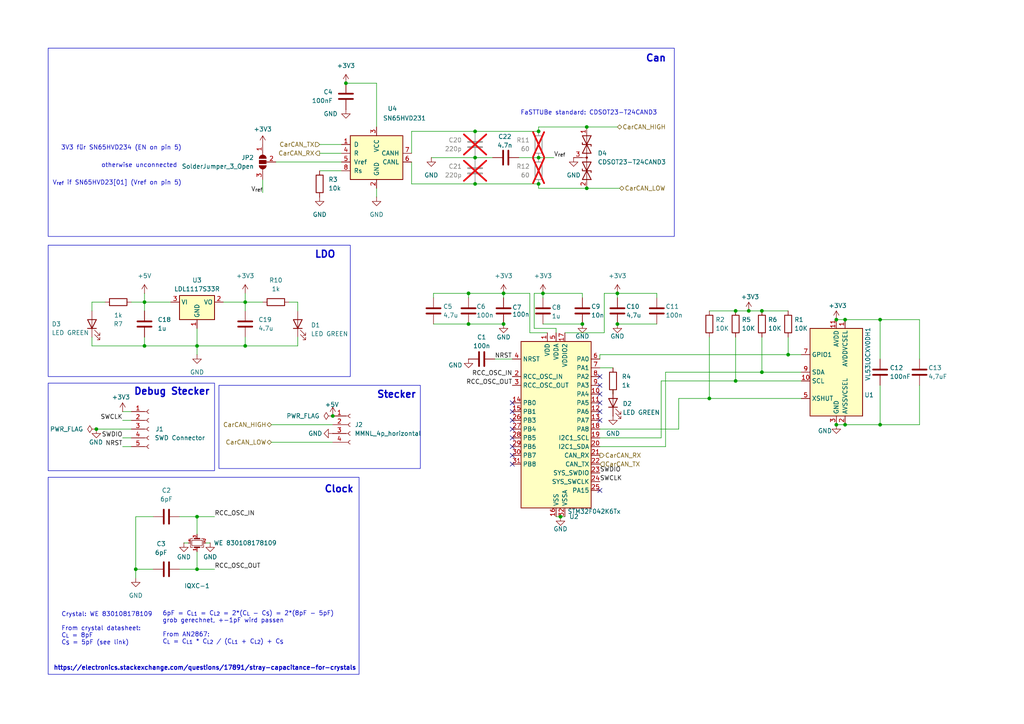
<source format=kicad_sch>
(kicad_sch (version 20250114) (generator "eeschema") (generator_version "9.0")
  (paper "A4")
  (title_block (title "time of flight sensor circedboard") (comment 1 "Jonas Urban"))
  (lib_symbols
    (symbol "Connector:Conn_01x05_Socket" (pin_names (offset 1.016) (hide yes))
      (property "Reference" "J" (at 0 7.62 0))
      (property "Value" "Conn_01x05_Socket" (at 0 -7.62 0))
      (symbol "Conn_01x05_Socket_1_1"
        (polyline (pts (xy -1.27 5.08) (xy -0.508 5.08)) (stroke (width 0.1524)))
        (polyline (pts (xy -1.27 2.54) (xy -0.508 2.54)) (stroke (width 0.1524)))
        (polyline (pts (xy -1.27 0) (xy -0.508 0)) (stroke (width 0.1524)))
        (polyline (pts (xy -1.27 -2.54) (xy -0.508 -2.54)) (stroke (width 0.1524)))
        (polyline (pts (xy -1.27 -5.08) (xy -0.508 -5.08)) (stroke (width 0.1524)))
        (arc (start 0 4.572) (mid -0.5058 5.08) (end 0 5.588) (stroke (width 0.1524)))
        (arc (start 0 2.032) (mid -0.5058 2.54) (end 0 3.048) (stroke (width 0.1524)))
        (arc (start 0 -0.508) (mid -0.5058 0) (end 0 0.508) (stroke (width 0.1524)))
        (arc (start 0 -3.048) (mid -0.5058 -2.54) (end 0 -2.032) (stroke (width 0.1524)))
        (arc (start 0 -5.588) (mid -0.5058 -5.08) (end 0 -4.572) (stroke (width 0.1524)))
        (pin passive line (at -5.08 5.08 0) (length 3.81) (name "Pin_1") (number "1"))
        (pin passive line (at -5.08 2.54 0) (length 3.81) (name "Pin_2") (number "2"))
        (pin passive line (at -5.08 0 0) (length 3.81) (name "Pin_3") (number "3"))
        (pin passive line (at -5.08 -2.54 0) (length 3.81) (name "Pin_4") (number "4"))
        (pin passive line (at -5.08 -5.08 0) (length 3.81) (name "Pin_5") (number "5"))
      )
    )
    (symbol "Device:C" (pin_numbers (hide yes)) (pin_names (offset 0.254))
      (property "Reference" "C" (at 0.635 2.54 0))
      (property "Value" "C" (at 0.635 -2.54 0))
      (symbol "C_0_1"
        (polyline (pts (xy -2.032 0.762) (xy 2.032 0.762)) (stroke (width 0.508)))
        (polyline (pts (xy -2.032 -0.762) (xy 2.032 -0.762)) (stroke (width 0.508)))
      )
      (symbol "C_1_1"
        (pin passive line (at 0 3.81 270) (length 2.794) (name "~") (number "1"))
        (pin passive line (at 0 -3.81 90) (length 2.794) (name "~") (number "2"))
      )
    )
    (symbol "Device:Crystal_GND24_Small" (pin_names (offset 1.016) (hide yes))
      (property "Reference" "Y" (at 1.27 4.445 0))
      (property "Value" "Crystal_GND24_Small" (at 1.27 2.54 0))
      (symbol "Crystal_GND24_Small_0_1"
        (polyline (pts (xy -1.27 1.27) (xy -1.27 1.905) (xy 1.27 1.905) (xy 1.27 1.27)))
        (polyline (pts (xy -1.27 -0.762) (xy -1.27 0.762)) (stroke (width 0.381)))
        (polyline (pts (xy -1.27 -1.27) (xy -1.27 -1.905) (xy 1.27 -1.905) (xy 1.27 -1.27)))
        (rectangle (start -0.762 -1.524) (end 0.762 1.524))
        (polyline (pts (xy 1.27 -0.762) (xy 1.27 0.762)) (stroke (width 0.381)))
      )
      (symbol "Crystal_GND24_Small_1_1"
        (pin passive line (at -2.54 0 0) (length 1.27) (name "1") (number "1"))
        (pin passive line (at 0 2.54 270) (length 0.635) (name "4") (number "4"))
        (pin passive line (at 0 -2.54 90) (length 0.635) (name "2") (number "2"))
        (pin passive line (at 2.54 0 180) (length 1.27) (name "3") (number "3"))
      )
    )
    (symbol "Device:D_TVS_Dual_AAC" (pin_names (offset 1.016) (hide yes))
      (property "Reference" "D" (at 0 4.445 0))
      (property "Value" "D_TVS_Dual_AAC" (at 0 2.54 0))
      (symbol "D_TVS_Dual_AAC_0_0"
        (polyline (pts (xy 0 -1.27) (xy 0 0)))
      )
      (symbol "D_TVS_Dual_AAC_0_1"
        (polyline (pts (xy -6.35 1.27) (xy -1.27 -1.27) (xy -1.27 1.27) (xy -6.35 -1.27) (xy -6.35 1.27)) (stroke (width 0.254)))
        (polyline (pts (xy -6.35 0) (xy 6.35 0)))
        (polyline (pts (xy -3.302 1.27) (xy -3.81 1.27) (xy -3.81 -1.27) (xy -4.318 -1.27)) (stroke (width 0.254)))
        (circle (center 0 0) (radius 0.254) (fill (type outline)))
        (polyline (pts (xy 4.318 1.27) (xy 3.81 1.27) (xy 3.81 -1.27) (xy 3.302 -1.27)) (stroke (width 0.254)))
        (polyline (pts (xy 6.35 1.27) (xy 1.27 -1.27) (xy 1.27 1.27) (xy 6.35 -1.27) (xy 6.35 1.27)) (stroke (width 0.254)))
      )
      (symbol "D_TVS_Dual_AAC_1_1"
        (pin passive line (at -8.89 0 0) (length 2.54) (name "A1") (number "1"))
        (pin passive line (at 0 -3.81 90) (length 2.54) (name "common") (number "3"))
        (pin passive line (at 8.89 0 180) (length 2.54) (name "A2") (number "2"))
      )
    )
    (symbol "Device:LED" (pin_numbers (hide yes)) (pin_names (offset 1.016) (hide yes))
      (property "Reference" "D" (at 0 2.54 0))
      (property "Value" "LED" (at 0 -2.54 0))
      (symbol "LED_0_1"
        (polyline (pts (xy -3.048 -0.762) (xy -4.572 -2.286) (xy -3.81 -2.286) (xy -4.572 -2.286) (xy -4.572 -1.524)))
        (polyline (pts (xy -1.778 -0.762) (xy -3.302 -2.286) (xy -2.54 -2.286) (xy -3.302 -2.286) (xy -3.302 -1.524)))
        (polyline (pts (xy -1.27 0) (xy 1.27 0)))
        (polyline (pts (xy -1.27 -1.27) (xy -1.27 1.27)) (stroke (width 0.254)))
        (polyline (pts (xy 1.27 -1.27) (xy 1.27 1.27) (xy -1.27 0) (xy 1.27 -1.27)) (stroke (width 0.254)))
      )
      (symbol "LED_1_1"
        (pin passive line (at -3.81 0 0) (length 2.54) (name "K") (number "1"))
        (pin passive line (at 3.81 0 180) (length 2.54) (name "A") (number "2"))
      )
    )
    (symbol "Device:R" (pin_numbers (hide yes)) (pin_names (offset 0))
      (property "Reference" "R" (at 2.032 0 90))
      (property "Value" "R" (at 0 0 90))
      (symbol "R_0_1"
        (rectangle (start -1.016 -2.54) (end 1.016 2.54) (stroke (width 0.254)))
      )
      (symbol "R_1_1"
        (pin passive line (at 0 3.81 270) (length 1.27) (name "~") (number "1"))
        (pin passive line (at 0 -3.81 90) (length 1.27) (name "~") (number "2"))
      )
    )
    (symbol "FaSTTUBe_connectors:MMNL_4p_horizontal" (pin_names (offset 1.016) (hide yes))
      (property "Reference" "J" (at 0 5.08 0))
      (property "Value" "MMNL_4p_horizontal" (at 0 -7.62 0))
      (symbol "MMNL_4p_horizontal_1_1"
        (polyline (pts (xy -1.27 2.54) (xy -0.508 2.54)) (stroke (width 0.1524)))
        (polyline (pts (xy -1.27 0) (xy -0.508 0)) (stroke (width 0.1524)))
        (polyline (pts (xy -1.27 -2.54) (xy -0.508 -2.54)) (stroke (width 0.1524)))
        (polyline (pts (xy -1.27 -5.08) (xy -0.508 -5.08)) (stroke (width 0.1524)))
        (arc (start 0 2.032) (mid -0.5058 2.54) (end 0 3.048) (stroke (width 0.1524)))
        (arc (start 0 -0.508) (mid -0.5058 0) (end 0 0.508) (stroke (width 0.1524)))
        (arc (start 0 -3.048) (mid -0.5058 -2.54) (end 0 -2.032) (stroke (width 0.1524)))
        (arc (start 0 -5.588) (mid -0.5058 -5.08) (end 0 -4.572) (stroke (width 0.1524)))
        (pin passive line (at -5.08 2.54 0) (length 3.81) (name "Pin_1") (number "1"))
        (pin passive line (at -5.08 0 0) (length 3.81) (name "Pin_2") (number "2"))
        (pin passive line (at -5.08 -2.54 0) (length 3.81) (name "Pin_3") (number "3"))
        (pin passive line (at -5.08 -5.08 0) (length 3.81) (name "Pin_4") (number "4"))
      )
    )
    (symbol "Interface_CAN_LIN:SN65HVD231" (pin_names (offset 1.016))
      (property "Reference" "U" (at -2.54 10.16 0))
      (property "Value" "SN65HVD231" (at -2.54 7.62 0))
      (symbol "SN65HVD231_0_1"
        (rectangle (start -7.62 5.08) (end 7.62 -7.62) (stroke (width 0.254)) (fill (type background)))
      )
      (symbol "SN65HVD231_1_1"
        (pin input line (at -10.16 2.54 0) (length 2.54) (name "D") (number "1"))
        (pin output line (at -10.16 0 0) (length 2.54) (name "R") (number "4"))
        (pin output line (at -10.16 -2.54 0) (length 2.54) (name "Vref") (number "5"))
        (pin input line (at -10.16 -5.08 0) (length 2.54) (name "Rs") (number "8"))
        (pin power_in line (at 0 7.62 270) (length 2.54) (name "VCC") (number "3"))
        (pin power_in line (at 0 -10.16 90) (length 2.54) (name "GND") (number "2"))
        (pin bidirectional line (at 10.16 0 180) (length 2.54) (name "CANH") (number "7"))
        (pin bidirectional line (at 10.16 -2.54 180) (length 2.54) (name "CANL") (number "6"))
      )
    )
    (symbol "Jumper:SolderJumper_3_Open" (pin_names (offset 0) (hide yes))
      (property "Reference" "JP" (at -2.54 -2.54 0))
      (property "Value" "SolderJumper_3_Open" (at 0 2.794 0))
      (symbol "SolderJumper_3_Open_0_1"
        (polyline (pts (xy -2.54 0) (xy -2.032 0)))
        (polyline (pts (xy -1.016 1.016) (xy -1.016 -1.016)))
        (arc (start -1.016 -1.016) (mid -2.0276 0) (end -1.016 1.016))
        (arc (start -1.016 -1.016) (mid -2.0276 0) (end -1.016 1.016) (fill (type outline)))
        (rectangle (start -0.508 1.016) (end 0.508 -1.016) (fill (type outline)))
        (polyline (pts (xy 0 -1.27) (xy 0 -1.016)))
        (arc (start 1.016 1.016) (mid 2.0276 0) (end 1.016 -1.016))
        (arc (start 1.016 1.016) (mid 2.0276 0) (end 1.016 -1.016) (fill (type outline)))
        (polyline (pts (xy 1.016 1.016) (xy 1.016 -1.016)))
        (polyline (pts (xy 2.54 0) (xy 2.032 0)))
      )
      (symbol "SolderJumper_3_Open_1_1"
        (pin passive line (at -5.08 0 0) (length 2.54) (name "A") (number "1"))
        (pin passive line (at 0 -3.81 90) (length 2.54) (name "C") (number "2"))
        (pin passive line (at 5.08 0 180) (length 2.54) (name "B") (number "3"))
      )
    )
    (symbol "MCU_ST_STM32F0:STM32F042K6Tx"
      (property "Reference" "U" (at -10.16 26.67 0))
      (property "Value" "STM32F042K6Tx" (at 5.08 26.67 0))
      (symbol "STM32F042K6Tx_0_1"
        (rectangle (start -10.16 -22.86) (end 10.16 25.4) (stroke (width 0.254)) (fill (type background)))
      )
      (symbol "STM32F042K6Tx_1_1"
        (pin input line (at -12.7 20.32 0) (length 2.54) (name "NRST") (number "4"))
        (pin bidirectional line (at -12.7 15.24 0) (length 2.54) (name "PF0") (number "2") (alternate "I2C1_SDA" bidirectional line) (alternate "RCC_OSC_IN" bidirectional line))
        (pin bidirectional line (at -12.7 12.7 0) (length 2.54) (name "PF1") (number "3") (alternate "I2C1_SCL" bidirectional line) (alternate "RCC_OSC_OUT" bidirectional line))
        (pin bidirectional line (at -12.7 7.62 0) (length 2.54) (name "PB0") (number "14"))
        (pin bidirectional line (at -12.7 5.08 0) (length 2.54) (name "PB1") (number "15"))
        (pin bidirectional line (at -12.7 2.54 0) (length 2.54) (name "PB3") (number "26"))
        (pin bidirectional line (at -12.7 0 0) (length 2.54) (name "PB4") (number "27"))
        (pin bidirectional line (at -12.7 -2.54 0) (length 2.54) (name "PB5") (number "28"))
        (pin bidirectional line (at -12.7 -5.08 0) (length 2.54) (name "PB6") (number "29") (alternate "I2C1_SCL" bidirectional line))
        (pin bidirectional line (at -12.7 -7.62 0) (length 2.54) (name "PB7") (number "30") (alternate "I2C1_SDA" bidirectional line))
        (pin bidirectional line (at -12.7 -10.16 0) (length 2.54) (name "PB8") (number "31") (alternate "CAN_RX" bidirectional line) (alternate "I2C1_SCL" bidirectional line))
        (pin power_in line (at -2.54 27.94 270) (length 2.54) (name "VDD") (number "1"))
        (pin power_in line (at 0 27.94 270) (length 2.54) (name "VDDA") (number "5"))
        (pin power_in line (at 0 -25.4 90) (length 2.54) (name "VSS") (number "16"))
        (pin power_in line (at 2.54 27.94 270) (length 2.54) (name "VDDIO2") (number "17"))
        (pin power_in line (at 2.54 -25.4 90) (length 2.54) (name "VSSA") (number "32"))
        (pin bidirectional line (at 12.7 20.32 180) (length 2.54) (name "PA0") (number "6"))
        (pin bidirectional line (at 12.7 17.78 180) (length 2.54) (name "PA1") (number "7"))
        (pin bidirectional line (at 12.7 15.24 180) (length 2.54) (name "PA2") (number "8"))
        (pin bidirectional line (at 12.7 12.7 180) (length 2.54) (name "PA3") (number "9"))
        (pin bidirectional line (at 12.7 10.16 180) (length 2.54) (name "PA4") (number "10"))
        (pin bidirectional line (at 12.7 7.62 180) (length 2.54) (name "PA5") (number "11"))
        (pin bidirectional line (at 12.7 5.08 180) (length 2.54) (name "PA6") (number "12"))
        (pin bidirectional line (at 12.7 2.54 180) (length 2.54) (name "PA7") (number "13"))
        (pin bidirectional line (at 12.7 0 180) (length 2.54) (name "PA8") (number "18"))
        (pin bidirectional line (at 12.7 -2.54 180) (length 2.54) (name "PA9") (number "19") (alternate "I2C1_SCL" bidirectional line))
        (pin bidirectional line (at 12.7 -5.08 180) (length 2.54) (name "PA10") (number "20") (alternate "I2C1_SDA" bidirectional line))
        (pin bidirectional line (at 12.7 -7.62 180) (length 2.54) (name "PA11") (number "21") (alternate "CAN_RX" bidirectional line) (alternate "I2C1_SCL" bidirectional line))
        (pin bidirectional line (at 12.7 -10.16 180) (length 2.54) (name "PA12") (number "22") (alternate "CAN_TX" bidirectional line) (alternate "I2C1_SDA" bidirectional line))
        (pin bidirectional line (at 12.7 -12.7 180) (length 2.54) (name "PA13") (number "23") (alternate "SYS_SWDIO" bidirectional line))
        (pin bidirectional line (at 12.7 -15.24 180) (length 2.54) (name "PA14") (number "24") (alternate "SYS_SWCLK" bidirectional line))
        (pin bidirectional line (at 12.7 -17.78 180) (length 2.54) (name "PA15") (number "25"))
      )
    )
    (symbol "Regulator_Linear:LD1117S33TR_SOT223"
      (property "Reference" "U" (at -3.81 3.175 0))
      (property "Value" "LD1117S33TR_SOT223" (at 0 3.175 0))
      (symbol "LD1117S33TR_SOT223_0_1"
        (rectangle (start -5.08 -5.08) (end 5.08 1.905) (stroke (width 0.254)) (fill (type background)))
      )
      (symbol "LD1117S33TR_SOT223_1_1"
        (pin power_in line (at -7.62 0 0) (length 2.54) (name "VI") (number "3"))
        (pin power_in line (at 0 -7.62 90) (length 2.54) (name "GND") (number "1"))
        (pin power_out line (at 7.62 0 180) (length 2.54) (name "VO") (number "2"))
      )
    )
    (symbol "Sensor_Distance:VL53L0CXV0DH1"
      (property "Reference" "U" (at -6.35 13.97 0))
      (property "Value" "VL53L0CXV0DH1" (at 12.065 13.97 0))
      (symbol "VL53L0CXV0DH1_0_1"
        (rectangle (start -7.62 12.7) (end 7.62 -12.7) (stroke (width 0.254)) (fill (type background)))
      )
      (symbol "VL53L0CXV0DH1_1_1"
        (pin open_collector line (at -10.16 5.08 0) (length 2.54) (name "GPIO1") (number "7"))
        (pin bidirectional line (at -10.16 0 0) (length 2.54) (name "SDA") (number "9"))
        (pin input line (at -10.16 -2.54 0) (length 2.54) (name "SCL") (number "10"))
        (pin input line (at -10.16 -7.62 0) (length 2.54) (name "XSHUT") (number "5"))
        (pin no_connect line (at -7.62 7.62 0) (length 2.54) (hide yes) (name "DNC") (number "8"))
        (pin power_in line (at 0 15.24 270) (length 2.54) (name "AVDD") (number "11"))
        (pin passive line (at 0 -15.24 90) (length 2.54) (hide yes) (name "GND") (number "12"))
        (pin power_in line (at 0 -15.24 90) (length 2.54) (name "GND") (number "3"))
        (pin passive line (at 0 -15.24 90) (length 2.54) (hide yes) (name "GND") (number "4"))
        (pin passive line (at 0 -15.24 90) (length 2.54) (hide yes) (name "GND") (number "6"))
        (pin power_in line (at 2.54 15.24 270) (length 2.54) (name "AVDDVCSEL") (number "1"))
        (pin power_in line (at 2.54 -15.24 90) (length 2.54) (name "AVSSVCSEL") (number "2"))
      )
    )
    (symbol "power:+3.3V" (power) (pin_numbers (hide yes)) (pin_names (offset 0) (hide yes))
      (property "Value" "+3.3V" (at 0 3.556 0))
      (symbol "+3.3V_0_1"
        (polyline (pts (xy -0.762 1.27) (xy 0 2.54)))
        (polyline (pts (xy 0 2.54) (xy 0.762 1.27)))
        (polyline (pts (xy 0 0) (xy 0 2.54)))
      )
      (symbol "+3.3V_1_1"
        (pin power_in line (at 0 0 90) (length 0) (name "~") (number "1"))
      )
    )
    (symbol "power:+3V3" (power) (pin_numbers (hide yes)) (pin_names (offset 0) (hide yes))
      (property "Value" "+3V3" (at 0 3.556 0))
      (symbol "+3V3_0_1"
        (polyline (pts (xy -0.762 1.27) (xy 0 2.54)))
        (polyline (pts (xy 0 2.54) (xy 0.762 1.27)))
        (polyline (pts (xy 0 0) (xy 0 2.54)))
      )
      (symbol "+3V3_1_1"
        (pin power_in line (at 0 0 90) (length 0) (name "~") (number "1"))
      )
    )
    (symbol "power:+5V" (power) (pin_numbers (hide yes)) (pin_names (offset 0) (hide yes))
      (property "Value" "+5V" (at 0 3.556 0))
      (symbol "+5V_0_1"
        (polyline (pts (xy -0.762 1.27) (xy 0 2.54)))
        (polyline (pts (xy 0 2.54) (xy 0.762 1.27)))
        (polyline (pts (xy 0 0) (xy 0 2.54)))
      )
      (symbol "+5V_1_1"
        (pin power_in line (at 0 0 90) (length 0) (name "~") (number "1"))
      )
    )
    (symbol "power:GND" (power) (pin_numbers (hide yes)) (pin_names (offset 0) (hide yes))
      (property "Value" "GND" (at 0 -3.81 0))
      (symbol "GND_0_1"
        (polyline (pts (xy 0 0) (xy 0 -1.27) (xy 1.27 -1.27) (xy 0 -2.54) (xy -1.27 -1.27) (xy 0 -1.27)))
      )
      (symbol "GND_1_1"
        (pin power_in line (at 0 0 270) (length 0) (name "~") (number "1"))
      )
    )
    (symbol "power:PWR_FLAG" (power) (pin_numbers (hide yes)) (pin_names (offset 0) (hide yes))
      (property "Value" "PWR_FLAG" (at 0 3.81 0))
      (symbol "PWR_FLAG_0_0"
        (pin power_out line (at 0 0 90) (length 0) (name "~") (number "1"))
      )
      (symbol "PWR_FLAG_0_1"
        (polyline (pts (xy 0 0) (xy 0 1.27) (xy -1.016 1.905) (xy 0 2.54) (xy 1.016 1.905) (xy 0 1.27)))
      )
    )
  )
  (rectangle (start 63.5 111.76) (end 121.92 135.89))
  (rectangle (start 13.97 13.97) (end 195.58 68.58))
  (rectangle (start 13.97 111.125) (end 62.23 136.525))
  (rectangle (start 13.97 71.12) (end 101.6 109.22))
  (rectangle (start 13.97 138.43) (end 104.14 195.58))
  (text "Can " (at 187.198 17.018 0) (effects (font (size 2 2) (bold yes)) (justify left)))
  (text "Crystal: WE 830108178109\n\nFrom crystal datasheet:\nC_{L} = 8pF\nC_{S} = 5pF (see link)\n" (at 17.78 187.198 0) (effects (font (size 1.27 1.27)) (justify left bottom)))
  (text "Clock\n" (at 93.98 141.986 0) (effects (font (size 2 2) (bold yes)) (justify left)))
  (text "6pF = C_{L1} = C_{L2} = 2*(C_{L} - C_{S}) = 2*(8pF − 5pF)\ngrob gerechnet, +-1pF wird passen\n\nFrom AN2867:\nC_{L} = C_{L1} * C_{L2} / (C_{L1} + C_{L2}) + C_{S}" (at 47.117 182.118 0) (effects (font (size 1.27 1.27)) (justify left)))
  (text "Stecker" (at 109.22 114.554 0) (effects (font (size 2 2) (bold yes)) (justify left)))
  (text "Debug Stecker" (at 38.735 113.665 0) (effects (font (size 2 2) (bold yes)) (justify left)))
  (text "V_{ref} if SN65HVD23[01] (Vref on pin 5)" (at 52.705 53.848 0) (effects (font (size 1.27 1.27)) (justify right bottom)))
  (text "FaSTTUBe standard: CDSOT23-T24CAND3" (at 190.627 33.528 0) (effects (font (size 1.27 1.27)) (justify right bottom)))
  (text "https://electronics.stackexchange.com/questions/17891/stray-capacitance-for-crystals" (at 15.494 194.564 0) (effects (font (size 1.27 1.27) (bold yes)) (justify left bottom)))
  (text "3V3 für SN65HVD234 (EN on pin 5)" (at 52.705 43.688 0) (effects (font (size 1.27 1.27)) (justify right bottom)))
  (text "otherwise unconnected" (at 51.435 48.768 0) (effects (font (size 1.27 1.27)) (justify right bottom)))
  (text "LDO\n" (at 91.186 73.914 0) (effects (font (size 2 2) (bold yes)) (justify left)))
  (junction (at 156.21 38.1))
  (junction (at 220.98 107.95))
  (junction (at 242.57 92.71))
  (junction (at 27.94 124.46))
  (junction (at 170.18 54.61))
  (junction (at 213.36 110.49))
  (junction (at 162.56 149.86))
  (junction (at 57.15 165.1))
  (junction (at 71.12 100.33))
  (junction (at 156.21 53.34))
  (junction (at 242.57 123.19))
  (junction (at 41.91 100.33))
  (junction (at 157.48 85.09))
  (junction (at 57.15 149.86))
  (junction (at 205.74 115.57))
  (junction (at 135.89 85.09))
  (junction (at 255.27 92.71))
  (junction (at 135.89 93.98))
  (junction (at 245.11 123.19))
  (junction (at 41.91 87.63))
  (junction (at 156.21 45.72))
  (junction (at 71.12 87.63))
  (junction (at 137.795 45.72))
  (junction (at 137.795 53.34))
  (junction (at 146.05 85.09))
  (junction (at 168.91 93.98))
  (junction (at 245.11 92.71))
  (junction (at 170.18 36.83))
  (junction (at 220.98 90.17))
  (junction (at 57.15 100.33))
  (junction (at 137.795 38.1))
  (junction (at 179.07 93.98))
  (junction (at 255.27 123.19))
  (junction (at 213.36 90.17))
  (junction (at 217.17 90.17))
  (junction (at 228.6 102.87))
  (junction (at 100.33 24.13))
  (junction (at 179.07 85.09))
  (junction (at 39.37 165.1))
  (junction (at 146.05 93.98))
  (junction (at 96.52 120.65))
  (no_connect (at 148.59 134.62))
  (no_connect (at 148.59 127))
  (no_connect (at 148.59 124.46))
  (no_connect (at 173.99 111.76))
  (no_connect (at 148.59 132.08))
  (no_connect (at 148.59 119.38))
  (no_connect (at 148.59 129.54))
  (no_connect (at 173.99 119.38))
  (no_connect (at 148.59 116.84))
  (no_connect (at 173.99 142.24))
  (no_connect (at 173.99 109.22))
  (no_connect (at 173.99 116.84))
  (no_connect (at 173.99 114.3))
  (no_connect (at 173.99 121.92))
  (no_connect (at 148.59 121.92))
  (wire (pts (xy 41.91 97.79) (xy 41.91 100.33)))
  (wire (pts (xy 220.98 97.79) (xy 220.98 107.95)))
  (wire (pts (xy 179.07 85.09) (xy 190.5 85.09)))
  (wire (pts (xy 41.91 100.33) (xy 57.15 100.33)))
  (wire (pts (xy 71.12 100.33) (xy 86.36 100.33)))
  (wire (pts (xy 57.15 160.02) (xy 57.15 165.1)))
  (wire (pts (xy 157.48 86.36) (xy 157.48 85.09)))
  (wire (pts (xy 228.6 97.79) (xy 228.6 102.87)))
  (wire (pts (xy 109.22 57.15) (xy 109.22 54.61)))
  (wire (pts (xy 160.655 45.72) (xy 156.21 45.72)))
  (wire (pts (xy 60.96 157.48) (xy 59.69 157.48)))
  (wire (pts (xy 242.57 92.71) (xy 245.11 92.71)))
  (wire (pts (xy 153.67 85.09) (xy 153.67 96.52)))
  (wire (pts (xy 119.38 44.45) (xy 119.38 38.1)))
  (wire (pts (xy 57.15 149.86) (xy 57.15 154.94)))
  (wire (pts (xy 228.6 102.87) (xy 232.41 102.87)))
  (wire (pts (xy 57.15 149.86) (xy 62.23 149.86)))
  (wire (pts (xy 173.99 129.54) (xy 193.04 129.54)))
  (wire (pts (xy 242.57 123.19) (xy 245.11 123.19)))
  (wire (pts (xy 57.15 100.33) (xy 57.15 102.87)))
  (wire (pts (xy 205.74 90.17) (xy 213.36 90.17)))
  (wire (pts (xy 64.77 87.63) (xy 71.12 87.63)))
  (wire (pts (xy 142.875 45.72) (xy 137.795 45.72)))
  (wire (pts (xy 125.73 85.09) (xy 135.89 85.09)))
  (wire (pts (xy 217.17 90.17) (xy 213.36 90.17)))
  (wire (pts (xy 245.11 92.71) (xy 245.11 93.98)))
  (wire (pts (xy 156.21 36.83) (xy 156.21 38.1)))
  (wire (pts (xy 156.21 54.61) (xy 156.21 53.34)))
  (wire (pts (xy 191.77 110.49) (xy 191.77 127)))
  (wire (pts (xy 39.37 165.1) (xy 39.37 149.86)))
  (wire (pts (xy 170.18 36.83) (xy 179.07 36.83)))
  (wire (pts (xy 135.89 85.09) (xy 146.05 85.09)))
  (wire (pts (xy 71.12 87.63) (xy 71.12 90.17)))
  (wire (pts (xy 92.71 41.91) (xy 99.06 41.91)))
  (wire (pts (xy 119.38 38.1) (xy 137.795 38.1)))
  (wire (pts (xy 245.11 123.19) (xy 255.27 123.19)))
  (wire (pts (xy 125.73 86.36) (xy 125.73 85.09)))
  (wire (pts (xy 255.27 92.71) (xy 255.27 104.14)))
  (wire (pts (xy 78.74 123.19) (xy 96.52 123.19)))
  (wire (pts (xy 156.21 38.1) (xy 137.795 38.1)))
  (wire (pts (xy 78.74 128.27) (xy 96.52 128.27)))
  (wire (pts (xy 196.85 115.57) (xy 196.85 124.46)))
  (wire (pts (xy 213.36 110.49) (xy 232.41 110.49)))
  (wire (pts (xy 157.48 85.09) (xy 168.91 85.09)))
  (wire (pts (xy 27.94 124.46) (xy 38.1 124.46)))
  (wire (pts (xy 35.56 121.92) (xy 38.1 121.92)))
  (wire (pts (xy 26.67 97.79) (xy 26.67 100.33)))
  (wire (pts (xy 137.795 45.72) (xy 125.095 45.72)))
  (wire (pts (xy 161.29 149.86) (xy 162.56 149.86)))
  (wire (pts (xy 255.27 111.76) (xy 255.27 123.19)))
  (wire (pts (xy 156.21 54.61) (xy 170.18 54.61)))
  (wire (pts (xy 266.7 92.71) (xy 266.7 104.14)))
  (wire (pts (xy 92.71 44.45) (xy 99.06 44.45)))
  (wire (pts (xy 71.12 85.09) (xy 71.12 87.63)))
  (wire (pts (xy 109.22 24.13) (xy 109.22 36.83)))
  (wire (pts (xy 135.89 93.98) (xy 146.05 93.98)))
  (wire (pts (xy 39.37 165.1) (xy 44.45 165.1)))
  (wire (pts (xy 245.11 92.71) (xy 255.27 92.71)))
  (wire (pts (xy 175.26 85.09) (xy 179.07 85.09)))
  (wire (pts (xy 196.85 115.57) (xy 205.74 115.57)))
  (wire (pts (xy 173.99 102.87) (xy 173.99 104.14)))
  (wire (pts (xy 35.56 119.38) (xy 38.1 119.38)))
  (wire (pts (xy 157.48 93.98) (xy 168.91 93.98)))
  (wire (pts (xy 190.5 85.09) (xy 190.5 86.36)))
  (wire (pts (xy 125.73 93.98) (xy 135.89 93.98)))
  (wire (pts (xy 191.77 110.49) (xy 213.36 110.49)))
  (wire (pts (xy 162.56 149.86) (xy 163.83 149.86)))
  (wire (pts (xy 99.06 46.99) (xy 80.01 46.99)))
  (wire (pts (xy 71.12 100.33) (xy 71.12 97.79)))
  (wire (pts (xy 255.27 92.71) (xy 266.7 92.71)))
  (wire (pts (xy 92.71 49.53) (xy 99.06 49.53)))
  (wire (pts (xy 57.15 100.33) (xy 71.12 100.33)))
  (wire (pts (xy 26.67 100.33) (xy 41.91 100.33)))
  (wire (pts (xy 26.67 87.63) (xy 26.67 90.17)))
  (wire (pts (xy 156.21 36.83) (xy 170.18 36.83)))
  (wire (pts (xy 41.91 85.09) (xy 41.91 87.63)))
  (wire (pts (xy 213.36 97.79) (xy 213.36 110.49)))
  (wire (pts (xy 109.22 24.13) (xy 100.33 24.13)))
  (wire (pts (xy 146.05 85.09) (xy 153.67 85.09)))
  (wire (pts (xy 52.07 149.86) (xy 57.15 149.86)))
  (wire (pts (xy 179.07 86.36) (xy 179.07 85.09)))
  (wire (pts (xy 71.12 87.63) (xy 76.2 87.63)))
  (wire (pts (xy 119.38 46.99) (xy 119.38 53.34)))
  (wire (pts (xy 86.36 87.63) (xy 86.36 90.17)))
  (wire (pts (xy 35.56 129.54) (xy 38.1 129.54)))
  (wire (pts (xy 146.05 85.09) (xy 146.05 86.36)))
  (wire (pts (xy 179.07 93.98) (xy 190.5 93.98)))
  (wire (pts (xy 41.91 87.63) (xy 49.53 87.63)))
  (wire (pts (xy 196.85 124.46) (xy 173.99 124.46)))
  (wire (pts (xy 119.38 53.34) (xy 137.795 53.34)))
  (wire (pts (xy 154.94 85.09) (xy 157.48 85.09)))
  (wire (pts (xy 39.37 167.64) (xy 39.37 165.1)))
  (wire (pts (xy 41.91 87.63) (xy 38.1 87.63)))
  (wire (pts (xy 153.67 96.52) (xy 158.75 96.52)))
  (wire (pts (xy 168.91 85.09) (xy 168.91 86.36)))
  (wire (pts (xy 57.15 95.25) (xy 57.15 100.33)))
  (wire (pts (xy 175.26 96.52) (xy 175.26 85.09)))
  (wire (pts (xy 30.48 87.63) (xy 26.67 87.63)))
  (wire (pts (xy 143.51 104.14) (xy 148.59 104.14)))
  (wire (pts (xy 52.07 165.1) (xy 57.15 165.1)))
  (wire (pts (xy 217.17 90.17) (xy 220.98 90.17)))
  (wire (pts (xy 220.98 107.95) (xy 232.41 107.95)))
  (wire (pts (xy 135.89 85.09) (xy 135.89 86.36)))
  (wire (pts (xy 39.37 149.86) (xy 44.45 149.86)))
  (wire (pts (xy 86.36 100.33) (xy 86.36 97.79)))
  (wire (pts (xy 57.15 165.1) (xy 62.23 165.1)))
  (wire (pts (xy 173.99 102.87) (xy 228.6 102.87)))
  (wire (pts (xy 266.7 111.76) (xy 266.7 123.19)))
  (wire (pts (xy 156.21 45.72) (xy 150.495 45.72)))
  (wire (pts (xy 156.21 53.34) (xy 137.795 53.34)))
  (wire (pts (xy 35.56 127) (xy 38.1 127)))
  (wire (pts (xy 205.74 97.79) (xy 205.74 115.57)))
  (wire (pts (xy 161.29 95.25) (xy 161.29 96.52)))
  (wire (pts (xy 220.98 90.17) (xy 228.6 90.17)))
  (wire (pts (xy 193.04 107.95) (xy 193.04 129.54)))
  (wire (pts (xy 170.18 54.61) (xy 179.705 54.61)))
  (wire (pts (xy 41.91 87.63) (xy 41.91 90.17)))
  (wire (pts (xy 154.94 95.25) (xy 154.94 85.09)))
  (wire (pts (xy 83.82 87.63) (xy 86.36 87.63)))
  (wire (pts (xy 76.2 55.88) (xy 76.2 52.07)))
  (wire (pts (xy 205.74 115.57) (xy 232.41 115.57)))
  (wire (pts (xy 53.34 157.48) (xy 54.61 157.48)))
  (wire (pts (xy 177.8 113.03) (xy 177.8 114.3)))
  (wire (pts (xy 161.29 95.25) (xy 154.94 95.25)))
  (wire (pts (xy 173.99 106.68) (xy 177.8 106.68)))
  (wire (pts (xy 266.7 123.19) (xy 255.27 123.19)))
  (wire (pts (xy 193.04 107.95) (xy 220.98 107.95)))
  (wire (pts (xy 163.83 96.52) (xy 175.26 96.52)))
  (wire (pts (xy 173.99 127) (xy 191.77 127)))
  (label "NRST" (at 35.56 129.54 180))
  (label "RCC_OSC_OUT" (at 62.23 165.1 0))
  (label "SWDIO" (at 173.99 137.16 0))
  (label "SWDIO" (at 35.56 127 180))
  (label "V_{ref}" (at 76.2 55.88 180))
  (label "RCC_OSC_IN" (at 148.59 109.22 180))
  (label "NRST" (at 143.51 104.14 0))
  (label "RCC_OSC_IN" (at 62.23 149.86 0))
  (label "SWCLK" (at 35.56 121.92 180))
  (label "V_{ref}" (at 160.655 45.72 0))
  (label "SWCLK" (at 173.99 139.7 0))
  (label "RCC_OSC_OUT" (at 148.59 111.76 180))
  (hierarchical_label "CarCAN_HIGH" (shape bidirectional) (at 179.07 36.83 0))
  (hierarchical_label "CarCAN_TX" (shape input) (at 92.71 41.91 180))
  (hierarchical_label "CarCAN_HIGH" (shape bidirectional) (at 78.74 123.19 180))
  (hierarchical_label "CarCAN_LOW" (shape bidirectional) (at 78.74 128.27 180))
  (hierarchical_label "CarCAN_LOW" (shape bidirectional) (at 179.705 54.61 0))
  (hierarchical_label "CarCAN_TX" (shape input) (at 173.99 134.62 0))
  (hierarchical_label "CarCAN_RX" (shape output) (at 92.71 44.45 180))
  (hierarchical_label "CarCAN_RX" (shape output) (at 173.99 132.08 0))
  (symbol (lib_id "Device:R") (at 92.71 53.34 0) (unit 1)
    (property "Reference" "R3" (at 95.25 52.07 0) (effects (justify left)))
    (property "Value" "10k" (at 95.25 54.61 0) (effects (justify left)))
    (property "Footprint" "Resistor_SMD:R_0603_1608Metric" (effects (hide yes)))
    (property "Description" "Resistor" (effects (hide yes)))
  )
  (symbol (lib_id "Device:R") (at 177.8 110.49 0) (unit 1)
    (property "Reference" "R4" (at 180.34 109.2199 0) (effects (justify left)))
    (property "Value" "1k" (at 180.34 111.7599 0) (effects (justify left)))
    (property "Footprint" "Resistor_SMD:R_0603_1608Metric" (effects (hide yes)))
    (property "Description" "Resistor" (effects (hide yes)))
  )
  (symbol (lib_id "Device:C") (at 255.27 107.95 0) (unit 1)
    (property "Reference" "C12" (at 258.064 106.68 0) (effects (justify left)))
    (property "Value" "100nF" (at 258.064 109.22 0) (effects (justify left)))
    (property "Footprint" "Capacitor_SMD:C_0603_1608Metric" (effects (hide yes)))
    (property "Description" "Unpolarized capacitor" (effects (hide yes)))
  )
  (symbol (lib_id "power:GND") (at 177.8 120.65 0) (unit 1)
    (property "Reference" "#PWR014" (effects (hide yes)))
    (property "Value" "GND" (at 177.8 125.73 0))
    (property "Description" "Power symbol creates a global label with name \"GND\" , ground" (effects (hide yes)))
  )
  (symbol (lib_id "power:GND") (at 162.56 149.86 0) (unit 1)
    (property "Reference" "#PWR012" (effects (hide yes)))
    (property "Value" "GND" (at 162.56 153.416 0))
    (property "Description" "Power symbol creates a global label with name \"GND\" , ground" (effects (hide yes)))
  )
  (symbol (lib_id "Device:C") (at 100.33 27.94 0) (mirror y) (unit 1)
    (property "Reference" "C4" (at 96.52 26.6699 0) (effects (justify left)))
    (property "Value" "100nF" (at 96.52 29.2099 0) (effects (justify left)))
    (property "Footprint" "Capacitor_SMD:C_0603_1608Metric" (effects (hide yes)))
    (property "Description" "Unpolarized capacitor" (effects (hide yes)))
  )
  (symbol (lib_id "Device:R") (at 213.36 93.98 0) (unit 1)
    (property "Reference" "R5" (at 215.138 92.71 0) (effects (justify left)))
    (property "Value" "10K" (at 215.138 95.25 0) (effects (justify left)))
    (property "Footprint" "Resistor_SMD:R_0603_1608Metric" (effects (hide yes)))
    (property "Description" "Resistor" (effects (hide yes)))
  )
  (symbol (lib_id "Device:R") (at 156.21 41.91 0) (mirror y) (unit 1) (dnp yes)
    (property "Reference" "R11" (at 153.67 40.64 0) (effects (justify left)))
    (property "Value" "60" (at 153.67 43.18 0) (effects (justify left)))
    (property "Footprint" "Resistor_SMD:R_0603_1608Metric" (effects (hide yes)))
    (property "Description" "Resistor" (effects (hide yes)))
  )
  (symbol (lib_id "power:GND") (at 166.37 45.72 0) (mirror y) (unit 1)
    (property "Reference" "#PWR036" (effects (hide yes)))
    (property "Value" "GND" (at 166.37 50.8 0))
    (property "Description" "Power symbol creates a global label with name \"GND\" , ground" (effects (hide yes)))
  )
  (symbol (lib_id "Device:C") (at 125.73 90.17 0) (unit 1)
    (property "Reference" "C5" (at 128.524 88.9 0) (effects (justify left)))
    (property "Value" "4,7u" (at 128.524 91.44 0) (effects (justify left)))
    (property "Footprint" "Capacitor_SMD:C_0603_1608Metric" (effects (hide yes)))
    (property "Description" "Unpolarized capacitor" (effects (hide yes)))
  )
  (symbol (lib_id "power:GND") (at 179.07 93.98 0) (unit 1)
    (property "Reference" "#PWR019" (effects (hide yes)))
    (property "Value" "GND" (at 179.07 97.536 0))
    (property "Description" "Power symbol creates a global label with name \"GND\" , ground" (effects (hide yes)))
  )
  (symbol (lib_id "Device:C") (at 146.05 90.17 0) (unit 1)
    (property "Reference" "C7" (at 148.59 89.154 0) (effects (justify left)))
    (property "Value" "100n" (at 148.59 91.186 0) (effects (justify left)))
    (property "Footprint" "Capacitor_SMD:C_0603_1608Metric" (effects (hide yes)))
    (property "Description" "Unpolarized capacitor" (effects (hide yes)))
  )
  (symbol (lib_id "Device:C") (at 48.26 165.1 90) (unit 1)
    (property "Reference" "C3" (at 46.736 157.734 90))
    (property "Value" "6pF" (at 46.736 160.274 90))
    (property "Footprint" "Capacitor_SMD:C_0603_1608Metric" (effects (hide yes)))
    (property "Description" "Unpolarized capacitor" (effects (hide yes)))
  )
  (symbol (lib_id "Device:C") (at 179.07 90.17 0) (unit 1)
    (property "Reference" "C10" (at 181.61 88.9 0) (effects (justify left)))
    (property "Value" "4,7u" (at 181.61 91.44 0) (effects (justify left)))
    (property "Footprint" "Capacitor_SMD:C_0603_1608Metric" (effects (hide yes)))
    (property "Description" "Unpolarized capacitor" (effects (hide yes)))
  )
  (symbol (lib_id "power:GND") (at 109.22 57.15 0) (mirror y) (unit 1)
    (property "Reference" "#PWR034" (effects (hide yes)))
    (property "Value" "GND" (at 109.22 62.23 0))
    (property "Description" "Power symbol creates a global label with name \"GND\" , ground" (effects (hide yes)))
  )
  (symbol (lib_id "power:+3V3") (at 71.12 85.09 0) (unit 1)
    (property "Reference" "#PWR08" (effects (hide yes)))
    (property "Value" "+3V3" (at 71.12 80.01 0))
    (property "Description" "Power symbol creates a global label with name \"+3V3\"" (effects (hide yes)))
  )
  (symbol (lib_id "Device:D_TVS_Dual_AAC") (at 170.18 45.72 270) (unit 1)
    (property "Reference" "D4" (at 173.355 44.45 90) (effects (justify left)))
    (property "Value" "CDSOT23-T24CAND3" (at 173.355 46.99 90) (effects (justify left)))
    (property "Footprint" "Package_TO_SOT_SMD:SOT-23-3" (effects (hide yes)))
    (property "Datasheet" "https://www.mouser.de/datasheet/2/54/cdsot23_t24can_q-1534349.pdf" (effects (hide yes)))
    (property "Description" "Bidirectional dual transient-voltage-suppression diode, center on pin 3" (effects (hide yes)))
  )
  (symbol (lib_id "power:GND") (at 146.05 93.98 0) (unit 1)
    (property "Reference" "#PWR018" (effects (hide yes)))
    (property "Value" "GND" (at 146.05 97.79 0))
    (property "Description" "Power symbol creates a global label with name \"GND\" , ground" (effects (hide yes)))
  )
  (symbol (lib_id "Device:R") (at 156.21 49.53 0) (mirror y) (unit 1) (dnp yes)
    (property "Reference" "R12" (at 153.67 48.26 0) (effects (justify left)))
    (property "Value" "60" (at 153.67 50.8 0) (effects (justify left)))
    (property "Footprint" "Resistor_SMD:R_0603_1608Metric" (effects (hide yes)))
    (property "Description" "Resistor" (effects (hide yes)))
  )
  (symbol (lib_id "Device:C") (at 48.26 149.86 90) (unit 1)
    (property "Reference" "C2" (at 48.26 142.24 90))
    (property "Value" "6pF" (at 48.26 144.78 90))
    (property "Footprint" "Capacitor_SMD:C_0603_1608Metric" (effects (hide yes)))
    (property "Description" "Unpolarized capacitor" (effects (hide yes)))
  )
  (symbol (lib_id "Device:R") (at 228.6 93.98 0) (unit 1)
    (property "Reference" "R1" (at 230.378 92.71 0) (effects (justify left)))
    (property "Value" "10K" (at 230.378 95.25 0) (effects (justify left)))
    (property "Footprint" "Resistor_SMD:R_0603_1608Metric" (effects (hide yes)))
    (property "Description" "Resistor" (effects (hide yes)))
  )
  (symbol (lib_id "Device:R") (at 34.29 87.63 270) (unit 1)
    (property "Reference" "R7" (at 34.29 93.98 90))
    (property "Value" "1k" (at 34.29 91.44 90))
    (property "Footprint" "Resistor_SMD:R_0603_1608Metric" (effects (hide yes)))
  )
  (symbol (lib_id "Device:R") (at 220.98 93.98 0) (unit 1)
    (property "Reference" "R6" (at 222.758 92.71 0) (effects (justify left)))
    (property "Value" "10K" (at 222.758 95.25 0) (effects (justify left)))
    (property "Footprint" "Resistor_SMD:R_0603_1608Metric" (effects (hide yes)))
    (property "Description" "Resistor" (effects (hide yes)))
  )
  (symbol (lib_id "Device:C") (at 266.7 107.95 0) (unit 1)
    (property "Reference" "C13" (at 269.24 106.68 0) (effects (justify left)))
    (property "Value" "4,7uF" (at 269.24 109.22 0) (effects (justify left)))
    (property "Footprint" "Capacitor_SMD:C_0603_1608Metric" (effects (hide yes)))
    (property "Description" "Unpolarized capacitor" (effects (hide yes)))
  )
  (symbol (lib_id "Regulator_Linear:LD1117S33TR_SOT223") (at 57.15 87.63 0) (unit 1)
    (property "Reference" "U3" (at 57.15 81.28 0))
    (property "Value" "LDL1117S33R" (at 57.15 83.82 0))
    (property "Footprint" "Package_TO_SOT_SMD:SOT-223-3_TabPin2" (effects (hide yes)))
    (property "Datasheet" "https://www.mouser.de/datasheet/2/389/ldl1117-1849797.pdf" (effects (hide yes)))
  )
  (symbol (lib_id "power:GND") (at 96.52 125.73 270) (unit 1)
    (property "Reference" "#PWR022" (effects (hide yes)))
    (property "Value" "GND" (at 91.44 125.73 90))
    (property "Description" "Power symbol creates a global label with name \"GND\" , ground" (effects (hide yes)))
  )
  (symbol (lib_id "Device:R") (at 205.74 93.98 0) (unit 1)
    (property "Reference" "R2" (at 207.518 92.71 0) (effects (justify left)))
    (property "Value" "10K" (at 207.518 95.25 0) (effects (justify left)))
    (property "Footprint" "Resistor_SMD:R_0603_1608Metric" (effects (hide yes)))
    (property "Description" "Resistor" (effects (hide yes)))
  )
  (symbol (lib_id "Device:C") (at 146.685 45.72 270) (mirror x) (unit 1)
    (property "Reference" "C22" (at 146.431 39.624 90))
    (property "Value" "4.7n" (at 146.431 42.164 90))
    (property "Footprint" "Capacitor_SMD:C_0603_1608Metric" (effects (hide yes)))
    (property "Description" "Unpolarized capacitor" (effects (hide yes)))
  )
  (symbol (lib_id "Jumper:SolderJumper_3_Open") (at 76.2 46.99 90) (mirror x) (unit 1)
    (property "Reference" "JP2" (at 73.66 45.72 90) (effects (justify left)))
    (property "Value" "SolderJumper_3_Open" (at 73.66 48.26 90) (effects (justify left)))
    (property "Footprint" "Jumper:SolderJumper-3_P1.3mm_Open_RoundedPad1.0x1.5mm_NumberLabels" (effects (hide yes)))
    (property "Description" "Solder Jumper, 3-pole, open" (effects (hide yes)))
  )
  (symbol (lib_id "Device:C") (at 190.5 90.17 0) (unit 1)
    (property "Reference" "C11" (at 193.04 88.9 0) (effects (justify left)))
    (property "Value" "100n" (at 193.04 91.44 0) (effects (justify left)))
    (property "Footprint" "Capacitor_SMD:C_0603_1608Metric" (effects (hide yes)))
    (property "Description" "Unpolarized capacitor" (effects (hide yes)))
  )
  (symbol (lib_id "power:GND") (at 57.15 102.87 0) (unit 1)
    (property "Reference" "#PWR028" (effects (hide yes)))
    (property "Value" "GND" (at 57.15 107.95 0))
  )
  (symbol (lib_id "power:GND") (at 125.095 45.72 0) (mirror y) (unit 1)
    (property "Reference" "#PWR035" (effects (hide yes)))
    (property "Value" "GND" (at 125.095 50.8 0))
    (property "Description" "Power symbol creates a global label with name \"GND\" , ground" (effects (hide yes)))
  )
  (symbol (lib_id "power:+3V3") (at 179.07 85.09 0) (unit 1)
    (property "Reference" "#PWR013" (effects (hide yes)))
    (property "Value" "+3V3" (at 179.07 80.01 0))
    (property "Description" "Power symbol creates a global label with name \"+3V3\"" (effects (hide yes)))
  )
  (symbol (lib_id "MCU_ST_STM32F0:STM32F042K6Tx") (at 161.29 124.46 0) (unit 1)
    (property "Reference" "U2" (at 165.1 149.86 0) (effects (justify left)))
    (property "Value" "STM32F042K6Tx" (at 164.592 148.336 0) (effects (justify left)))
    (property "Footprint" "Package_QFP:LQFP-32_7x7mm_P0.8mm" (effects (hide yes)))
    (property "Datasheet" "https://www.st.com/resource/en/datasheet/stm32f042k6.pdf" (effects (hide yes)))
    (property "Description" "STMicroelectronics Arm Cortex-M0 MCU, 32KB flash, 6KB RAM, 48 MHz, 2.0-3.6V, 26 GPIO, LQFP32" (effects (hide yes)))
    (pin "2" (alternate "RCC_OSC_IN"))
    (pin "3" (alternate "RCC_OSC_OUT"))
    (pin "19" (alternate "I2C1_SCL"))
    (pin "20" (alternate "I2C1_SDA"))
    (pin "21" (alternate "CAN_RX"))
    (pin "22" (alternate "CAN_TX"))
    (pin "23" (alternate "SYS_SWDIO"))
    (pin "24" (alternate "SYS_SWCLK"))
  )
  (symbol (lib_id "power:+3V3") (at 146.05 85.09 0) (unit 1)
    (property "Reference" "#PWR010" (effects (hide yes)))
    (property "Value" "+3V3" (at 146.05 80.01 0))
    (property "Description" "Power symbol creates a global label with name \"+3V3\"" (effects (hide yes)))
  )
  (symbol (lib_id "power:GND") (at 27.94 124.46 0) (unit 1)
    (property "Reference" "#PWR01" (effects (hide yes)))
    (property "Value" "GND" (at 25.781 128.27 0) (effects (justify left)))
    (property "Description" "Power symbol creates a global label with name \"GND\" , ground" (effects (hide yes)))
  )
  (symbol (lib_id "power:+3.3V") (at 242.57 92.71 0) (unit 1)
    (property "Reference" "#PWR016" (effects (hide yes)))
    (property "Value" "+3V3" (at 240.284 88.646 0) (effects (justify left)))
    (property "Description" "Power symbol creates a global label with name \"+3.3V\"" (effects (hide yes)))
  )
  (symbol (lib_id "power:+3V3") (at 76.2 41.91 0) (mirror y) (unit 1)
    (property "Reference" "#PWR029" (effects (hide yes)))
    (property "Value" "+3V3" (at 76.2 37.465 0))
    (property "Description" "Power symbol creates a global label with name \"+3V3\"" (effects (hide yes)))
  )
  (symbol (lib_id "Device:LED") (at 26.67 93.98 90) (unit 1)
    (property "Reference" "D3" (at 14.986 93.98 90) (effects (justify right)))
    (property "Value" "LED GREEN" (at 14.986 96.52 90) (effects (justify right)))
    (property "Footprint" "LED_SMD:LED_0603_1608Metric" (effects (hide yes)))
    (property "Description" "Light emitting diode" (effects (hide yes)))
    (property "Sim.Pins" "1=K 2=A" (effects (hide yes)))
  )
  (symbol (lib_id "Device:C") (at 168.91 90.17 0) (unit 1)
    (property "Reference" "C9" (at 171.45 88.9 0) (effects (justify left)))
    (property "Value" "10n" (at 171.45 91.44 0) (effects (justify left)))
    (property "Footprint" "Capacitor_SMD:C_0603_1608Metric" (effects (hide yes)))
    (property "Description" "Unpolarized capacitor" (effects (hide yes)))
  )
  (symbol (lib_id "Device:LED") (at 86.36 93.98 90) (unit 1)
    (property "Reference" "D1" (at 90.17 94.2974 90) (effects (justify right)))
    (property "Value" "LED GREEN" (at 90.17 96.8374 90) (effects (justify right)))
    (property "Footprint" "LED_SMD:LED_0603_1608Metric" (effects (hide yes)))
    (property "Description" "Light emitting diode" (effects (hide yes)))
    (property "Sim.Pins" "1=K 2=A" (effects (hide yes)))
  )
  (symbol (lib_id "Connector:Conn_01x05_Socket") (at 43.18 124.46 0) (unit 1)
    (property "Reference" "J1" (at 45.085 124.4599 0) (effects (justify left)))
    (property "Value" "SWD Connector" (at 44.831 127 0) (effects (justify left)))
    (property "Footprint" "Connector_PinHeader_2.54mm:PinHeader_1x05_P2.54mm_Horizontal" (effects (hide yes)))
    (property "Description" "Generic connector, single row, 01x05, script generated" (effects (hide yes)))
  )
  (symbol (lib_id "power:+5V") (at 96.52 120.65 0) (unit 1)
    (property "Reference" "#PWR021" (effects (hide yes)))
    (property "Value" "+5V" (at 96.266 117.348 0))
    (property "Description" "Power symbol creates a global label with name \"+5V\"" (effects (hide yes)))
  )
  (symbol (lib_id "Device:C") (at 137.795 41.91 0) (mirror y) (unit 1) (dnp yes)
    (property "Reference" "C20" (at 133.985 40.64 0) (effects (justify left)))
    (property "Value" "220p" (at 133.985 43.18 0) (effects (justify left)))
    (property "Footprint" "Capacitor_SMD:C_0603_1608Metric" (effects (hide yes)))
    (property "Description" "Unpolarized capacitor" (effects (hide yes)))
  )
  (symbol (lib_id "power:GND") (at 135.89 104.14 0) (unit 1)
    (property "Reference" "#PWR09" (effects (hide yes)))
    (property "Value" "GND" (at 132.08 105.918 0))
  )
  (symbol (lib_id "power:GND") (at 168.91 93.98 0) (unit 1)
    (property "Reference" "#PWR020" (effects (hide yes)))
    (property "Value" "GND" (at 168.91 97.536 0))
    (property "Description" "Power symbol creates a global label with name \"GND\" , ground" (effects (hide yes)))
  )
  (symbol (lib_id "Device:C") (at 137.795 49.53 0) (mirror y) (unit 1) (dnp yes)
    (property "Reference" "C21" (at 133.985 48.26 0) (effects (justify left)))
    (property "Value" "220p" (at 133.985 50.8 0) (effects (justify left)))
    (property "Footprint" "Capacitor_SMD:C_0603_1608Metric" (effects (hide yes)))
    (property "Description" "Unpolarized capacitor" (effects (hide yes)))
  )
  (symbol (lib_id "Device:C") (at 135.89 90.17 0) (unit 1)
    (property "Reference" "C6" (at 138.176 88.9 0) (effects (justify left)))
    (property "Value" "100n" (at 138.176 91.44 0) (effects (justify left)))
    (property "Footprint" "Capacitor_SMD:C_0603_1608Metric" (effects (hide yes)))
    (property "Description" "Unpolarized capacitor" (effects (hide yes)))
  )
  (symbol (lib_id "FaSTTUBe_connectors:MMNL_4p_horizontal") (at 101.6 123.19 0) (unit 1)
    (property "Reference" "J2" (at 102.87 123.1899 0) (effects (justify left)))
    (property "Value" "MMNL_4p_horizontal" (at 102.87 125.7299 0) (effects (justify left)))
    (property "Footprint" "FaSTTUBe_connectors:Micro_Mate-N-Lok_4p_horizontal" (effects (hide yes)))
    (property "Description" "Micro Mate-N-Lok, single row, 4 position, SMD, horizontal" (effects (hide yes)))
  )
  (symbol (lib_id "Device:C") (at 41.91 93.98 0) (unit 1)
    (property "Reference" "C18" (at 45.72 92.7099 0) (effects (justify left)))
    (property "Value" "1u" (at 45.72 95.2499 0) (effects (justify left)))
    (property "Footprint" "Capacitor_SMD:C_0603_1608Metric" (effects (hide yes)))
    (property "LCSC" "C15849" (effects (hide yes)))
  )
  (symbol (lib_id "Sensor_Distance:VL53L0CXV0DH1") (at 242.57 107.95 0) (unit 1)
    (property "Reference" "U1" (at 250.698 114.554 0) (effects (justify left)))
    (property "Value" "VL53L0CXV0DH1" (at 251.714 110.49 90) (effects (justify left)))
    (property "Footprint" "OptoDevice:ST_VL53L0X" (effects (hide yes)))
    (property "Datasheet" "https://www.st.com/resource/en/datasheet/vl53l0x.pdf" (effects (hide yes)))
    (property "Description" "2m distance ranging ToF sensor, Optical LGA12" (effects (hide yes)))
  )
  (symbol (lib_id "power:PWR_FLAG") (at 96.52 120.65 90) (unit 1)
    (property "Reference" "#FLG03" (effects (hide yes)))
    (property "Value" "PWR_FLAG" (at 92.71 120.6499 90) (effects (justify left)))
    (property "Description" "Special symbol for telling ERC where power comes from" (effects (hide yes)))
  )
  (symbol (lib_id "Interface_CAN_LIN:SN65HVD231") (at 109.22 44.45 0) (unit 1)
    (property "Reference" "U4" (at 115.189 31.496 0) (effects (justify right)))
    (property "Value" "SN65HVD231" (at 123.571 34.29 0) (effects (justify right)))
    (property "Footprint" "Package_SO:SOIC-8_3.9x4.9mm_P1.27mm" (effects (hide yes)))
    (property "Datasheet" "https://www.ti.com/lit/ds/symlink/sn65hvd230.pdf?ts=1730823053790&ref_url=https%253A%252F%252Fwww.ti.com%252Fproduct%252Fde-de%252FSN65HVD230" (effects (hide yes)))
    (property "Description" "CAN Bus Transceivers, 3.3V, 1Mbps,Ultra Low-Power capabilities, SOIC-8" (effects (hide yes)))
  )
  (symbol (lib_id "Device:C") (at 71.12 93.98 0) (unit 1)
    (property "Reference" "C19" (at 74.93 92.7099 0) (effects (justify left)))
    (property "Value" "4.7u" (at 74.93 95.2499 0) (effects (justify left)))
    (property "Footprint" "Capacitor_SMD:C_0603_1608Metric" (effects (hide yes)))
    (property "LCSC" "C15849" (effects (hide yes)))
  )
  (symbol (lib_id "power:GND") (at 39.37 167.64 0) (unit 1)
    (property "Reference" "#PWR03" (effects (hide yes)))
    (property "Value" "GND" (at 39.37 172.72 0))
    (property "Description" "Power symbol creates a global label with name \"GND\" , ground" (effects (hide yes)))
  )
  (symbol (lib_id "power:+3V3") (at 100.33 24.13 0) (mirror y) (unit 1)
    (property "Reference" "#PWR032" (effects (hide yes)))
    (property "Value" "+3V3" (at 100.33 19.05 0))
    (property "Description" "Power symbol creates a global label with name \"+3V3\"" (effects (hide yes)))
  )
  (symbol (lib_id "Device:C") (at 157.48 90.17 0) (unit 1)
    (property "Reference" "C8" (at 160.02 89.154 0) (effects (justify left)))
    (property "Value" "1u" (at 160.02 91.694 0) (effects (justify left)))
    (property "Footprint" "Capacitor_SMD:C_0603_1608Metric" (effects (hide yes)))
    (property "Description" "Unpolarized capacitor" (effects (hide yes)))
  )
  (symbol (lib_id "Device:LED") (at 177.8 116.84 90) (unit 1)
    (property "Reference" "D2" (at 180.594 117.094 90) (effects (justify right)))
    (property "Value" "LED GREEN" (at 180.594 119.634 90) (effects (justify right)))
    (property "Footprint" "LED_SMD:LED_0603_1608Metric" (effects (hide yes)))
    (property "Description" "Light emitting diode" (effects (hide yes)))
    (property "Sim.Pins" "1=K 2=A" (effects (hide yes)))
  )
  (symbol (lib_id "power:+3.3V") (at 217.17 90.17 0) (unit 1)
    (property "Reference" "#PWR015" (effects (hide yes)))
    (property "Value" "+3V3" (at 214.884 86.106 0) (effects (justify left)))
    (property "Description" "Power symbol creates a global label with name \"+3.3V\"" (effects (hide yes)))
  )
  (symbol (lib_id "power:+3V3") (at 157.48 85.09 0) (unit 1)
    (property "Reference" "#PWR011" (effects (hide yes)))
    (property "Value" "+3V3" (at 157.48 80.01 0))
    (property "Description" "Power symbol creates a global label with name \"+3V3\"" (effects (hide yes)))
  )
  (symbol (lib_id "power:PWR_FLAG") (at 27.94 124.46 90) (unit 1)
    (property "Reference" "#FLG02" (effects (hide yes)))
    (property "Value" "PWR_FLAG" (at 24.13 124.4599 90) (effects (justify left)))
    (property "Description" "Special symbol for telling ERC where power comes from" (effects (hide yes)))
  )
  (symbol (lib_id "power:GND") (at 53.34 157.48 0) (unit 1)
    (property "Reference" "#PWR05" (effects (hide yes)))
    (property "Value" "GND" (at 53.34 161.544 0))
    (property "Description" "Power symbol creates a global label with name \"GND\" , ground" (effects (hide yes)))
  )
  (symbol (lib_id "power:+5V") (at 41.91 85.09 0) (unit 1)
    (property "Reference" "#PWR031" (effects (hide yes)))
    (property "Value" "+5V" (at 41.91 80.01 0))
    (property "Description" "Power symbol creates a global label with name \"+5V\"" (effects (hide yes)))
  )
  (symbol (lib_id "power:GND") (at 60.96 157.48 0) (unit 1)
    (property "Reference" "#PWR07" (effects (hide yes)))
    (property "Value" "GND" (at 60.96 161.544 0))
    (property "Description" "Power symbol creates a global label with name \"GND\" , ground" (effects (hide yes)))
  )
  (symbol (lib_id "power:GND") (at 92.71 57.15 0) (mirror y) (unit 1)
    (property "Reference" "#PWR030" (effects (hide yes)))
    (property "Value" "GND" (at 92.71 62.23 0))
    (property "Description" "Power symbol creates a global label with name \"GND\" , ground" (effects (hide yes)))
  )
  (symbol (lib_id "Device:C") (at 139.7 104.14 90) (unit 1)
    (property "Reference" "C1" (at 139.7 97.79 90))
    (property "Value" "100n" (at 139.7 100.33 90))
    (property "Footprint" "Capacitor_SMD:C_0603_1608Metric" (effects (hide yes)))
    (property "LCSC" "C307331" (effects (hide yes)))
  )
  (symbol (lib_id "Device:R") (at 80.01 87.63 90) (unit 1)
    (property "Reference" "R10" (at 80.01 81.28 90))
    (property "Value" "1k" (at 80.01 83.82 90))
    (property "Footprint" "Resistor_SMD:R_0603_1608Metric" (effects (hide yes)))
  )
  (symbol (lib_id "power:GND") (at 100.33 31.75 0) (mirror y) (unit 1)
    (property "Reference" "#PWR033" (effects (hide yes)))
    (property "Value" "GND" (at 95.885 33.02 0))
    (property "Description" "Power symbol creates a global label with name \"GND\" , ground" (effects (hide yes)))
  )
  (symbol (lib_id "power:+3V3") (at 35.56 119.38 0) (unit 1)
    (property "Reference" "#PWR04" (effects (hide yes)))
    (property "Value" "+3V3" (at 37.719 115.189 0) (effects (justify right)))
    (property "Description" "Power symbol creates a global label with name \"+3V3\"" (effects (hide yes)))
  )
  (symbol (lib_id "Device:Crystal_GND24_Small") (at 57.15 157.48 90) (unit 1)
    (property "Reference" "IQXC-1" (at 57.15 169.926 90))
    (property "Value" "WE 830108178109" (at 71.12 157.48 90))
    (property "Footprint" "FaSTTUBe_Crystals:Crystal_SMD_2016-4Pin_2.0x1.6mm" (effects (hide yes)))
    (property "Datasheet" "https://www.we-online.com/components/products/datasheet/830108178109.pdf" (effects (hide yes)))
    (property "Description" "Four pin crystal, GND on pins 2 and 4, small symbol" (effects (hide yes)))
  )
  (symbol (lib_id "power:GND") (at 242.57 123.19 0) (unit 1)
    (property "Reference" "#PWR017" (effects (hide yes)))
    (property "Value" "GND" (at 239.268 124.968 0))
    (property "Description" "Power symbol creates a global label with name \"GND\" , ground" (effects (hide yes)))
  )
)
</source>
